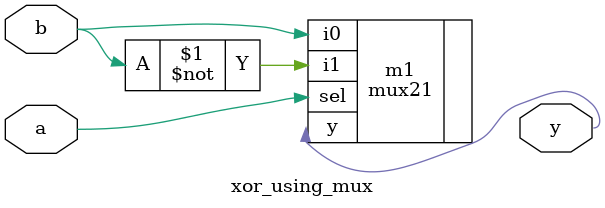
<source format=v>

module xor_using_mux(
input a,b,
output y);

//structural

mux21 m1(.i0(b),.i1(~b),.sel(a),.y(y));


endmodule

//HW CHECK THIS DESIGN USING DIRECTED TB.
</source>
